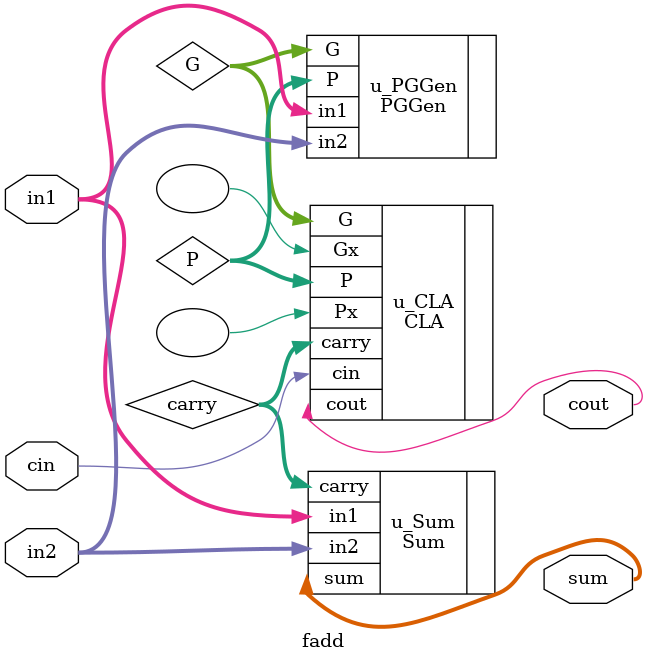
<source format=v>
module fadd #(
    parameter input_size = 2,
    parameter depth = 3

) (
    in1,
    in2,
    cin,
    sum,
    cout
);

    localparam bit_width = input_size ** depth;

    input [bit_width-1:0] in1;
    input [bit_width-1:0] in2;
    input cin;
    output [bit_width-1:0] sum;
    output cout;

    wire [bit_width-1:0] P;
    wire [bit_width-1:0] G;
    PGGen #(
        .bit_width(bit_width)
    ) u_PGGen (
        .in1(in1),
        .in2(in2),
        .P  (P),
        .G  (G)
    );

    wire [bit_width-1:0] carry;
    CLA #(
        .input_size(input_size),
        .depth     (depth)
    ) u_CLA (
        .G    (G),
        .P    (P),
        .cin  (cin),
        .carry(carry),
        .cout (cout),
        .Px   (),
        .Gx   ()
    );

    Sum #(
        .bit_width(bit_width)
    ) u_Sum (
        .in1  (in1),
        .in2  (in2),
        .carry(carry),
        .sum  (sum)
    );



endmodule

</source>
